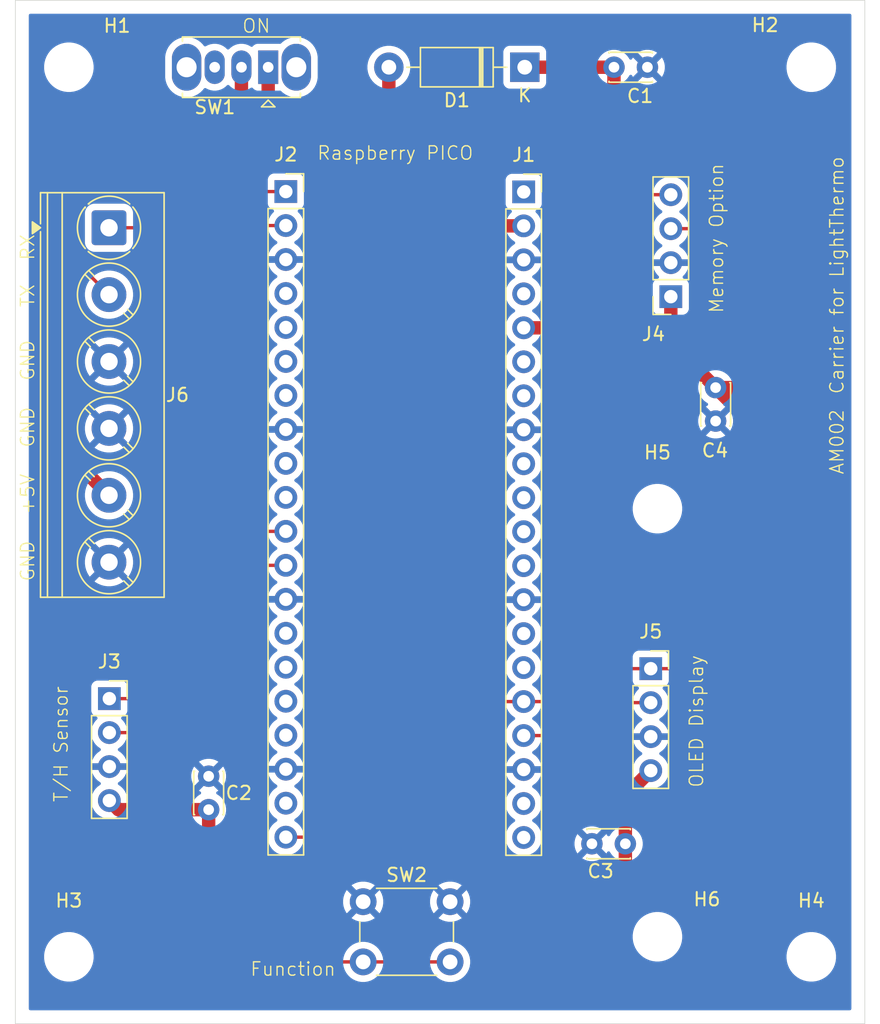
<source format=kicad_pcb>
(kicad_pcb (version 20241229) (generator "pcbnew") (generator_version "9.0")
  (title_block (title "lightThermo") (date "2025-03-10") (rev "1.0") (company "AM"))
  (layers (0 "F.Cu" signal) (2 "B.Cu" signal) (13 "F.Paste" user) (15 "B.Paste" user) (5 "F.SilkS" user "F.Silkscreen") (7 "B.SilkS" user "B.Silkscreen") (1 "F.Mask" user) (3 "B.Mask" user) (25 "Edge.Cuts" user))
  (net 0 "")
  (net 1 "Net-(D1-A)")
  (net 2 "Net-(D1-K)")
  (net 4 "Net-(J2-UART0_TX)")
  (net 7 "Net-(J2-GP15)")
  (net 13 "GND")
  (net 15 "Net-(J2-UART0_RX)")
  (net 17 "Net-(J2-I2C0_SDA)")
  (net 18 "Net-(J2-I2C0_SCL)")
  (net 20 "Net-(J1-3V3(OUT))")
  (net 21 "Net-(J1-I2C1_SCL)")
  (net 22 "Net-(J1-I2C1_SDA)")
  (net 23 "Net-(J6-Pin_5)")
  (footprint "Capacitor_THT:C_Disc_D3.0mm_W2.0mm_P2.50mm" (layer "F.Cu") (at 120.6 118.05 180)
    (property "Reference" "C3" (at 1.85 -2.05 0) (layer "F.SilkS"))
    (property "Value" "100nF")
    (fp_line (start 2.87 1.055) (end 2.87 1.12) (stroke (width 0.12)) (layer "F.SilkS"))
    (fp_line (start 2.87 -1.12) (end 2.87 -1.055) (stroke (width 0.12)) (layer "F.SilkS"))
    (fp_line (start -0.37 1.12) (end 2.87 1.12) (stroke (width 0.12)) (layer "F.SilkS"))
    (fp_line (start -0.37 1.055) (end -0.37 1.12) (stroke (width 0.12)) (layer "F.SilkS"))
    (fp_line (start -0.37 -1.12) (end 2.87 -1.12) (stroke (width 0.12)) (layer "F.SilkS"))
    (fp_line (start -0.37 -1.12) (end -0.37 -1.055) (stroke (width 0.12)) (layer "F.SilkS"))
    (pad "1" thru_hole circle (at 0 0 180) (size 1.6 1.6) (drill 0.8) (layers "*.Cu" "*.Mask") (net 20 "Net-(J1-3V3(OUT))"))
    (pad "2" thru_hole circle (at 2.5 0 180) (size 1.6 1.6) (drill 0.8) (layers "*.Cu" "*.Mask") (net 13 "GND"))
  )
  (footprint "MountingHole:MountingHole_3.2mm_M3" (layer "F.Cu") (at 79 126.5)
    (property "Reference" "H3" (at 0 -4.2 0) (layer "F.SilkS"))
    (property "Value" "MountingHole")
    (pad "" np_thru_hole circle (at 0 0) (size 3.2 3.2) (drill 3.2) (layers "*.Cu" "*.Mask"))
  )
  (footprint "Diode_THT:D_DO-41_SOD81_P10.16mm_Horizontal" (layer "F.Cu") (at 113.08 60 180)
    (property "Reference" "D1" (at 5.08 -2.47 0) (layer "F.SilkS"))
    (property "Value" "1N5817")
    (fp_line (start 8.82 0) (end 7.8 0) (stroke (width 0.12)) (layer "F.SilkS"))
    (fp_line (start 7.8 1.47) (end 7.8 -1.47) (stroke (width 0.12)) (layer "F.SilkS"))
    (fp_line (start 7.8 -1.47) (end 2.36 -1.47) (stroke (width 0.12)) (layer "F.SilkS"))
    (fp_line (start 3.38 -1.47) (end 3.38 1.47) (stroke (width 0.12)) (layer "F.SilkS"))
    (fp_line (start 3.26 -1.47) (end 3.26 1.47) (stroke (width 0.12)) (layer "F.SilkS"))
    (fp_line (start 3.14 -1.47) (end 3.14 1.47) (stroke (width 0.12)) (layer "F.SilkS"))
    (fp_line (start 2.36 1.47) (end 7.8 1.47) (stroke (width 0.12)) (layer "F.SilkS"))
    (fp_line (start 2.36 -1.47) (end 2.36 1.47) (stroke (width 0.12)) (layer "F.SilkS"))
    (fp_line (start 1.34 0) (end 2.36 0) (stroke (width 0.12)) (layer "F.SilkS"))
    (fp_text user "K" (at 0 -2.1 0) (layer "F.SilkS"))
    (pad "1" thru_hole rect (at 0 0 180) (size 2.2 2.2) (drill 1.1) (layers "*.Cu" "*.Mask") (net 2 "Net-(D1-K)"))
    (pad "2" thru_hole oval (at 10.16 0 180) (size 2.2 2.2) (drill 1.1) (layers "*.Cu" "*.Mask") (net 1 "Net-(D1-A)"))
  )
  (footprint "Capacitor_THT:C_Disc_D3.0mm_W2.0mm_P2.50mm" (layer "F.Cu") (at 127.35 83.95 -90)
    (property "Reference" "C4" (at 4.7 0.05 180) (layer "F.SilkS"))
    (property "Value" "100nF")
    (fp_line (start -0.37 1.12) (end 2.87 1.12) (stroke (width 0.12)) (layer "F.SilkS"))
    (fp_line (start -0.37 1.055) (end -0.37 1.12) (stroke (width 0.12)) (layer "F.SilkS"))
    (fp_line (start 2.87 1.055) (end 2.87 1.12) (stroke (width 0.12)) (layer "F.SilkS"))
    (fp_line (start -0.37 -1.12) (end -0.37 -1.055) (stroke (width 0.12)) (layer "F.SilkS"))
    (fp_line (start -0.37 -1.12) (end 2.87 -1.12) (stroke (width 0.12)) (layer "F.SilkS"))
    (fp_line (start 2.87 -1.12) (end 2.87 -1.055) (stroke (width 0.12)) (layer "F.SilkS"))
    (pad "1" thru_hole circle (at 0 0 270) (size 1.6 1.6) (drill 0.8) (layers "*.Cu" "*.Mask") (net 20 "Net-(J1-3V3(OUT))"))
    (pad "2" thru_hole circle (at 2.5 0 270) (size 1.6 1.6) (drill 0.8) (layers "*.Cu" "*.Mask") (net 13 "GND"))
  )
  (footprint "Connector_PinSocket_2.54mm:PinSocket_1x04_P2.54mm_Vertical" (layer "F.Cu") (at 82.025 107.2)
    (property "Reference" "J3" (at 0 -2.77 0) (layer "F.SilkS"))
    (property "Value" "Sensor T/H")
    (fp_line (start -1.33 1.27) (end -1.33 8.95) (stroke (width 0.12)) (layer "F.SilkS"))
    (fp_line (start -1.33 1.27) (end 1.33 1.27) (stroke (width 0.12)) (layer "F.SilkS"))
    (fp_line (start -1.33 8.95) (end 1.33 8.95) (stroke (width 0.12)) (layer "F.SilkS"))
    (fp_line (start 0 -1.33) (end 1.33 -1.33) (stroke (width 0.12)) (layer "F.SilkS"))
    (fp_line (start 1.33 -1.33) (end 1.33 0) (stroke (width 0.12)) (layer "F.SilkS"))
    (fp_line (start 1.33 1.27) (end 1.33 8.95) (stroke (width 0.12)) (layer "F.SilkS"))
    (pad "1" thru_hole rect (at 0 0) (size 1.7 1.7) (drill 1) (layers "*.Cu" "*.Mask") (net 17 "Net-(J2-I2C0_SDA)"))
    (pad "2" thru_hole oval (at 0 2.54) (size 1.7 1.7) (drill 1) (layers "*.Cu" "*.Mask") (net 18 "Net-(J2-I2C0_SCL)"))
    (pad "3" thru_hole oval (at 0 5.08) (size 1.7 1.7) (drill 1) (layers "*.Cu" "*.Mask") (net 13 "GND"))
    (pad "4" thru_hole oval (at 0 7.62) (size 1.7 1.7) (drill 1) (layers "*.Cu" "*.Mask") (net 20 "Net-(J1-3V3(OUT))"))
  )
  (footprint "Capacitor_THT:C_Disc_D3.0mm_W2.0mm_P2.50mm" (layer "F.Cu") (at 122.25 60 180)
    (property "Reference" "C1" (at 0.55 -2.15 0) (layer "F.SilkS"))
    (property "Value" "100nF")
    (fp_line (start 2.87 1.055) (end 2.87 1.12) (stroke (width 0.12)) (layer "F.SilkS"))
    (fp_line (start 2.87 -1.12) (end 2.87 -1.055) (stroke (width 0.12)) (layer "F.SilkS"))
    (fp_line (start -0.37 1.12) (end 2.87 1.12) (stroke (width 0.12)) (layer "F.SilkS"))
    (fp_line (start -0.37 1.055) (end -0.37 1.12) (stroke (width 0.12)) (layer "F.SilkS"))
    (fp_line (start -0.37 -1.12) (end 2.87 -1.12) (stroke (width 0.12)) (layer "F.SilkS"))
    (fp_line (start -0.37 -1.12) (end -0.37 -1.055) (stroke (width 0.12)) (layer "F.SilkS"))
    (pad "1" thru_hole circle (at 0 0 180) (size 1.6 1.6) (drill 0.8) (layers "*.Cu" "*.Mask") (net 13 "GND"))
    (pad "2" thru_hole circle (at 2.5 0 180) (size 1.6 1.6) (drill 0.8) (layers "*.Cu" "*.Mask") (net 2 "Net-(D1-K)"))
  )
  (footprint "Connector_PinSocket_2.54mm:PinSocket_1x20_P2.54mm_Vertical" (layer "F.Cu") (at 95.22 69.295)
    (property "Reference" "J2" (at 0 -2.77 0) (layer "F.SilkS"))
    (property "Value" "pico L")
    (fp_line (start -1.33 1.27) (end -1.33 49.59) (stroke (width 0.12)) (layer "F.SilkS"))
    (fp_line (start -1.33 1.27) (end 1.33 1.27) (stroke (width 0.12)) (layer "F.SilkS"))
    (fp_line (start -1.33 49.59) (end 1.33 49.59) (stroke (width 0.12)) (layer "F.SilkS"))
    (fp_line (start 0 -1.33) (end 1.33 -1.33) (stroke (width 0.12)) (layer "F.SilkS"))
    (fp_line (start 1.33 -1.33) (end 1.33 0) (stroke (width 0.12)) (layer "F.SilkS"))
    (fp_line (start 1.33 1.27) (end 1.33 49.59) (stroke (width 0.12)) (layer "F.SilkS"))
    (pad "1" thru_hole rect (at 0 0) (size 1.7 1.7) (drill 1) (layers "*.Cu" "*.Mask") (net 4 "Net-(J2-UART0_TX)"))
    (pad "2" thru_hole oval (at 0 2.54) (size 1.7 1.7) (drill 1) (layers "*.Cu" "*.Mask") (net 15 "Net-(J2-UART0_RX)"))
    (pad "3" thru_hole oval (at 0 5.08) (size 1.7 1.7) (drill 1) (layers "*.Cu" "*.Mask") (net 13 "GND"))
    (pad "4" thru_hole oval (at 0 7.62) (size 1.7 1.7) (drill 1) (layers "*.Cu" "*.Mask"))
    (pad "5" thru_hole oval (at 0 10.16) (size 1.7 1.7) (drill 1) (layers "*.Cu" "*.Mask"))
    (pad "6" thru_hole oval (at 0 12.7) (size 1.7 1.7) (drill 1) (layers "*.Cu" "*.Mask"))
    (pad "7" thru_hole oval (at 0 15.24) (size 1.7 1.7) (drill 1) (layers "*.Cu" "*.Mask"))
    (pad "8" thru_hole oval (at 0 17.78) (size 1.7 1.7) (drill 1) (layers "*.Cu" "*.Mask") (net 13 "GND"))
    (pad "9" thru_hole oval (at 0 20.32) (size 1.7 1.7) (drill 1) (layers "*.Cu" "*.Mask"))
    (pad "10" thru_hole oval (at 0 22.86) (size 1.7 1.7) (drill 1) (layers "*.Cu" "*.Mask"))
    (pad "11" thru_hole oval (at 0 25.4) (size 1.7 1.7) (drill 1) (layers "*.Cu" "*.Mask") (net 17 "Net-(J2-I2C0_SDA)"))
    (pad "12" thru_hole oval (at 0 27.94) (size 1.7 1.7) (drill 1) (layers "*.Cu" "*.Mask") (net 18 "Net-(J2-I2C0_SCL)"))
    (pad "13" thru_hole oval (at 0 30.48) (size 1.7 1.7) (drill 1) (layers "*.Cu" "*.Mask") (net 13 "GND"))
    (pad "14" thru_hole oval (at 0 33.02) (size 1.7 1.7) (drill 1) (layers "*.Cu" "*.Mask"))
    (pad "15" thru_hole oval (at 0 35.56) (size 1.7 1.7) (drill 1) (layers "*.Cu" "*.Mask"))
    (pad "16" thru_hole oval (at 0 38.1) (size 1.7 1.7) (drill 1) (layers "*.Cu" "*.Mask"))
    (pad "17" thru_hole oval (at 0 40.64) (size 1.7 1.7) (drill 1) (layers "*.Cu" "*.Mask"))
    (pad "18" thru_hole oval (at 0 43.18) (size 1.7 1.7) (drill 1) (layers "*.Cu" "*.Mask") (net 13 "GND"))
    (pad "19" thru_hole oval (at 0 45.72) (size 1.7 1.7) (drill 1) (layers "*.Cu" "*.Mask"))
    (pad "20" thru_hole oval (at 0 48.26) (size 1.7 1.7) (drill 1) (layers "*.Cu" "*.Mask") (net 7 "Net-(J2-GP15)"))
  )
  (footprint "Connector_PinSocket_2.54mm:PinSocket_1x04_P2.54mm_Vertical" (layer "F.Cu") (at 124 77.15 180)
    (property "Reference" "J4" (at 1.3 -2.8 0) (layer "F.SilkS"))
    (property "Value" "Memory Option")
    (fp_line (start 1.33 1.27) (end 1.33 8.95) (stroke (width 0.12)) (layer "F.SilkS"))
    (fp_line (start 1.33 -1.33) (end 1.33 0) (stroke (width 0.12)) (layer "F.SilkS"))
    (fp_line (start 0 -1.33) (end 1.33 -1.33) (stroke (width 0.12)) (layer "F.SilkS"))
    (fp_line (start -1.33 8.95) (end 1.33 8.95) (stroke (width 0.12)) (layer "F.SilkS"))
    (fp_line (start -1.33 1.27) (end 1.33 1.27) (stroke (width 0.12)) (layer "F.SilkS"))
    (fp_line (start -1.33 1.27) (end -1.33 8.95) (stroke (width 0.12)) (layer "F.SilkS"))
    (pad "1" thru_hole rect (at 0 0 180) (size 1.7 1.7) (drill 1) (layers "*.Cu" "*.Mask") (net 20 "Net-(J1-3V3(OUT))"))
    (pad "2" thru_hole oval (at 0 2.54 180) (size 1.7 1.7) (drill 1) (layers "*.Cu" "*.Mask") (net 13 "GND"))
    (pad "3" thru_hole oval (at 0 5.08 180) (size 1.7 1.7) (drill 1) (layers "*.Cu" "*.Mask") (net 21 "Net-(J1-I2C1_SCL)"))
    (pad "4" thru_hole oval (at 0 7.62 180) (size 1.7 1.7) (drill 1) (layers "*.Cu" "*.Mask") (net 22 "Net-(J1-I2C1_SDA)"))
  )
  (footprint "MountingHole:MountingHole_3.2mm_M3" (layer "F.Cu") (at 134.5 126.5)
    (property "Reference" "H4" (at 0 -4.2 0) (layer "F.SilkS"))
    (property "Value" "MountingHole")
    (pad "" np_thru_hole circle (at 0 0) (size 3.2 3.2) (drill 3.2) (layers "*.Cu" "*.Mask"))
  )
  (footprint "MountingHole:MountingHole_3.2mm_M3" (layer "F.Cu") (at 79 60)
    (property "Reference" "H1" (at 3.6 -3.1 0) (layer "F.SilkS"))
    (property "Value" "MountingHole")
    (pad "" np_thru_hole circle (at 0 0) (size 3.2 3.2) (drill 3.2) (layers "*.Cu" "*.Mask"))
  )
  (footprint "Capacitor_THT:C_Disc_D3.0mm_W2.0mm_P2.50mm" (layer "F.Cu") (at 89.45 113 -90)
    (property "Reference" "C2" (at 1.25 -2.25 180) (layer "F.SilkS"))
    (property "Value" "100nF")
    (fp_line (start -0.37 1.12) (end 2.87 1.12) (stroke (width 0.12)) (layer "F.SilkS"))
    (fp_line (start -0.37 1.055) (end -0.37 1.12) (stroke (width 0.12)) (layer "F.SilkS"))
    (fp_line (start 2.87 1.055) (end 2.87 1.12) (stroke (width 0.12)) (layer "F.SilkS"))
    (fp_line (start -0.37 -1.12) (end -0.37 -1.055) (stroke (width 0.12)) (layer "F.SilkS"))
    (fp_line (start -0.37 -1.12) (end 2.87 -1.12) (stroke (width 0.12)) (layer "F.SilkS"))
    (fp_line (start 2.87 -1.12) (end 2.87 -1.055) (stroke (width 0.12)) (layer "F.SilkS"))
    (pad "1" thru_hole circle (at 0 0 270) (size 1.6 1.6) (drill 0.8) (layers "*.Cu" "*.Mask") (net 13 "GND"))
    (pad "2" thru_hole circle (at 2.5 0 270) (size 1.6 1.6) (drill 0.8) (layers "*.Cu" "*.Mask") (net 20 "Net-(J1-3V3(OUT))"))
  )
  (footprint "Connector_PinSocket_2.54mm:PinSocket_1x20_P2.54mm_Vertical" (layer "F.Cu") (at 113 69.32)
    (property "Reference" "J1" (at 0 -2.77 0) (layer "F.SilkS"))
    (property "Value" "pico R")
    (fp_line (start -1.33 1.27) (end -1.33 49.59) (stroke (width 0.12)) (layer "F.SilkS"))
    (fp_line (start -1.33 1.27) (end 1.33 1.27) (stroke (width 0.12)) (layer "F.SilkS"))
    (fp_line (start -1.33 49.59) (end 1.33 49.59) (stroke (width 0.12)) (layer "F.SilkS"))
    (fp_line (start 0 -1.33) (end 1.33 -1.33) (stroke (width 0.12)) (layer "F.SilkS"))
    (fp_line (start 1.33 -1.33) (end 1.33 0) (stroke (width 0.12)) (layer "F.SilkS"))
    (fp_line (start 1.33 1.27) (end 1.33 49.59) (stroke (width 0.12)) (layer "F.SilkS"))
    (pad "1" thru_hole rect (at 0 0) (size 1.7 1.7) (drill 1) (layers "*.Cu" "*.Mask"))
    (pad "2" thru_hole oval (at 0 2.54) (size 1.7 1.7) (drill 1) (layers "*.Cu" "*.Mask") (net 2 "Net-(D1-K)"))
    (pad "3" thru_hole oval (at 0 5.08) (size 1.7 1.7) (drill 1) (layers "*.Cu" "*.Mask") (net 13 "GND"))
    (pad "4" thru_hole oval (at 0 7.62) (size 1.7 1.7) (drill 1) (layers "*.Cu" "*.Mask"))
    (pad "5" thru_hole oval (at 0 10.16) (size 1.7 1.7) (drill 1) (layers "*.Cu" "*.Mask") (net 20 "Net-(J1-3V3(OUT))"))
    (pad "6" thru_hole oval (at 0 12.7) (size 1.7 1.7) (drill 1) (layers "*.Cu" "*.Mask"))
    (pad "7" thru_hole oval (at 0 15.24) (size 1.7 1.7) (drill 1) (layers "*.Cu" "*.Mask"))
    (pad "8" thru_hole oval (at 0 17.78) (size 1.7 1.7) (drill 1) (layers "*.Cu" "*.Mask") (net 13 "GND"))
    (pad "9" thru_hole oval (at 0 20.32) (size 1.7 1.7) (drill 1) (layers "*.Cu" "*.Mask"))
    (pad "10" thru_hole oval (at 0 22.86) (size 1.7 1.7) (drill 1) (layers "*.Cu" "*.Mask"))
    (pad "11" thru_hole oval (at 0 25.4) (size 1.7 1.7) (drill 1) (layers "*.Cu" "*.Mask"))
    (pad "12" thru_hole oval (at 0 27.94) (size 1.7 1.7) (drill 1) (layers "*.Cu" "*.Mask"))
    (pad "13" thru_hole oval (at 0 30.48) (size 1.7 1.7) (drill 1) (layers "*.Cu" "*.Mask") (net 13 "GND"))
    (pad "14" thru_hole oval (at 0 33.02) (size 1.7 1.7) (drill 1) (layers "*.Cu" "*.Mask"))
    (pad "15" thru_hole oval (at 0 35.56) (size 1.7 1.7) (drill 1) (layers "*.Cu" "*.Mask"))
    (pad "16" thru_hole oval (at 0 38.1) (size 1.7 1.7) (drill 1) (layers "*.Cu" "*.Mask") (net 21 "Net-(J1-I2C1_SCL)"))
    (pad "17" thru_hole oval (at 0 40.64) (size 1.7 1.7) (drill 1) (layers "*.Cu" "*.Mask") (net 22 "Net-(J1-I2C1_SDA)"))
    (pad "18" thru_hole oval (at 0 43.18) (size 1.7 1.7) (drill 1) (layers "*.Cu" "*.Mask") (net 13 "GND"))
    (pad "19" thru_hole oval (at 0 45.72) (size 1.7 1.7) (drill 1) (layers "*.Cu" "*.Mask"))
    (pad "20" thru_hole oval (at 0 48.26) (size 1.7 1.7) (drill 1) (layers "*.Cu" "*.Mask"))
  )
  (footprint "MountingHole:MountingHole_3.2mm_M3" (layer "F.Cu") (at 134.5 60)
    (property "Reference" "H2" (at -3.45 -3.15 0) (layer "F.SilkS"))
    (property "Value" "MountingHole")
    (pad "" np_thru_hole circle (at 0 0) (size 3.2 3.2) (drill 3.2) (layers "*.Cu" "*.Mask"))
  )
  (footprint "Button_Switch_THT:SW_Slide_SPDT_Straight_CK_OS102011MS2Q" (layer "F.Cu") (at 93.9 60 180)
    (property "Reference" "SW1" (at 3.99 -2.99 0) (layer "F.SilkS"))
    (property "Value" "SW_SPST")
    (fp_line (start 6.41 2.26) (end 6.41 1.95) (stroke (width 0.12)) (layer "F.SilkS"))
    (fp_line (start 6.41 2.26) (end -2.41 2.26) (stroke (width 0.12)) (layer "F.SilkS"))
    (fp_line (start 6.41 -2.26) (end 6.41 -1.95) (stroke (width 0.12)) (layer "F.SilkS"))
    (fp_line (start 0.5 -2.96) (end -0.5 -2.96) (stroke (width 0.12)) (layer "F.SilkS"))
    (fp_line (start 0 -2.46) (end 0.5 -2.96) (stroke (width 0.12)) (layer "F.SilkS"))
    (fp_line (start -0.5 -2.96) (end 0 -2.46) (stroke (width 0.12)) (layer "F.SilkS"))
    (fp_line (start -2.41 2.26) (end -2.41 1.95) (stroke (width 0.12)) (layer "F.SilkS"))
    (fp_line (start -2.41 -1.95) (end -2.41 -2.26) (stroke (width 0.12)) (layer "F.SilkS"))
    (fp_line (start -2.41 -2.26) (end 6.41 -2.26) (stroke (width 0.12)) (layer "F.SilkS"))
    (pad "" thru_hole oval (at -2.1 0 180) (size 2.2 3.5) (drill 1.5) (layers "*.Cu" "*.Mask"))
    (pad "" thru_hole oval (at 6.1 0 180) (size 2.2 3.5) (drill 1.5) (layers "*.Cu" "*.Mask"))
    (pad "1" thru_hole rect (at 0 0 180) (size 1.5 2.5) (drill 0.8) (layers "*.Cu" "*.Mask") (net 1 "Net-(D1-A)"))
    (pad "2" thru_hole oval (at 2 0 180) (size 1.5 2.5) (drill 0.8) (layers "*.Cu" "*.Mask") (net 23 "Net-(J6-Pin_5)"))
    (pad "3" thru_hole oval (at 4 0 180) (size 1.5 2.5) (drill 0.8) (layers "*.Cu" "*.Mask"))
  )
  (footprint "MountingHole:MountingHole_3.2mm_M3" (layer "F.Cu") (at 123 125)
    (property "Reference" "H6" (at 3.7 -2.8 0) (layer "F.SilkS"))
    (property "Value" "MountingHole")
    (pad "" np_thru_hole circle (at 0 0) (size 3.2 3.2) (drill 3.2) (layers "*.Cu" "*.Mask"))
  )
  (footprint "MountingHole:MountingHole_3.2mm_M3" (layer "F.Cu") (at 123 93)
    (property "Reference" "H5" (at 0 -4.2 0) (layer "F.SilkS"))
    (property "Value" "MountingHole")
    (pad "" np_thru_hole circle (at 0 0) (size 3.2 3.2) (drill 3.2) (layers "*.Cu" "*.Mask"))
  )
  (footprint "Button_Switch_THT:SW_PUSH_6mm_H8mm" (layer "F.Cu") (at 101 122.38)
    (property "Reference" "SW2" (at 3.25 -2 0) (layer "F.SilkS"))
    (property "Value" "SW_Push")
    (fp_line (start -0.25 1.5) (end -0.25 3) (stroke (width 0.12)) (layer "F.SilkS"))
    (fp_line (start 1 5.5) (end 5.5 5.5) (stroke (width 0.12)) (layer "F.SilkS"))
    (fp_line (start 5.5 -1) (end 1 -1) (stroke (width 0.12)) (layer "F.SilkS"))
    (fp_line (start 6.75 3) (end 6.75 1.5) (stroke (width 0.12)) (layer "F.SilkS"))
    (pad "1" thru_hole circle (at 0 0 90) (size 2 2) (drill 1.1) (layers "*.Cu" "*.Mask") (net 13 "GND"))
    (pad "1" thru_hole circle (at 6.5 0 90) (size 2 2) (drill 1.1) (layers "*.Cu" "*.Mask") (net 13 "GND"))
    (pad "2" thru_hole circle (at 0 4.5 90) (size 2 2) (drill 1.1) (layers "*.Cu" "*.Mask") (net 7 "Net-(J2-GP15)"))
    (pad "2" thru_hole circle (at 6.5 4.5 90) (size 2 2) (drill 1.1) (layers "*.Cu" "*.Mask") (net 7 "Net-(J2-GP15)"))
  )
  (footprint "TerminalBlock_Phoenix:TerminalBlock_Phoenix_PT-1,5-6-5.0-H_1x06_P5.00mm_Horizontal" (layer "F.Cu") (at 82 72 -90)
    (property "Reference" "J6" (at 12.5 -5.12 180) (layer "F.SilkS"))
    (property "Value" "Screw_Terminal_01x06")
    (fp_line (start -2.62 5.12) (end -0.3 5.12) (stroke (width 0.12)) (layer "F.SilkS"))
    (fp_line (start 0.3 5.12) (end 27.62 5.12) (stroke (width 0.12)) (layer "F.SilkS"))
    (fp_line (start -2.62 4.6) (end 27.62 4.6) (stroke (width 0.12)) (layer "F.SilkS"))
    (fp_line (start -2.62 3.5) (end 27.62 3.5) (stroke (width 0.12)) (layer "F.SilkS"))
    (fp_line (start -1.493 1.78) (end -1.502 1.79) (stroke (width 0.12)) (layer "F.SilkS"))
    (fp_line (start -1.78 1.491) (end -1.79 1.502) (stroke (width 0.12)) (layer "F.SilkS"))
    (fp_line (start 3.893 1.394) (end 3.498 1.79) (stroke (width 0.12)) (layer "F.SilkS"))
    (fp_line (start 8.893 1.394) (end 8.498 1.79) (stroke (width 0.12)) (layer "F.SilkS"))
    (fp_line (start 13.893 1.394) (end 13.498 1.79) (stroke (width 0.12)) (layer "F.SilkS"))
    (fp_line (start 18.893 1.394) (end 18.498 1.79) (stroke (width 0.12)) (layer "F.SilkS"))
    (fp_line (start 23.893 1.394) (end 23.498 1.79) (stroke (width 0.12)) (layer "F.SilkS"))
    (fp_line (start 3.605 1.106) (end 3.21 1.502) (stroke (width 0.12)) (layer "F.SilkS"))
    (fp_line (start 8.605 1.106) (end 8.21 1.502) (stroke (width 0.12)) (layer "F.SilkS"))
    (fp_line (start 13.605 1.106) (end 13.21 1.502) (stroke (width 0.12)) (layer "F.SilkS"))
    (fp_line (start 18.605 1.106) (end 18.21 1.502) (stroke (width 0.12)) (layer "F.SilkS"))
    (fp_line (start 23.605 1.106) (end 23.21 1.502) (stroke (width 0.12)) (layer "F.SilkS"))
    (fp_line (start 6.79 -1.502) (end 6.394 -1.106) (stroke (width 0.12)) (layer "F.SilkS"))
    (fp_line (start 11.79 -1.502) (end 11.394 -1.106) (stroke (width 0.12)) (layer "F.SilkS"))
    (fp_line (start 16.79 -1.502) (end 16.394 -1.106) (stroke (width 0.12)) (layer "F.SilkS"))
    (fp_line (start 21.79 -1.502) (end 21.394 -1.106) (stroke (width 0.12)) (layer "F.SilkS"))
    (fp_line (start 26.79 -1.502) (end 26.394 -1.106) (stroke (width 0.12)) (layer "F.SilkS"))
    (fp_line (start 6.502 -1.79) (end 6.106 -1.394) (stroke (width 0.12)) (layer "F.SilkS"))
    (fp_line (start 11.502 -1.79) (end 11.106 -1.394) (stroke (width 0.12)) (layer "F.SilkS"))
    (fp_line (start 16.502 -1.79) (end 16.106 -1.394) (stroke (width 0.12)) (layer "F.SilkS"))
    (fp_line (start 21.502 -1.79) (end 21.106 -1.394) (stroke (width 0.12)) (layer "F.SilkS"))
    (fp_line (start 26.502 -1.79) (end 26.106 -1.394) (stroke (width 0.12)) (layer "F.SilkS"))
    (fp_line (start -2.62 -4.12) (end -2.62 5.12) (stroke (width 0.12)) (layer "F.SilkS"))
    (fp_line (start -2.62 -4.12) (end 27.62 -4.12) (stroke (width 0.12)) (layer "F.SilkS"))
    (fp_line (start 27.62 -4.12) (end 27.62 5.12) (stroke (width 0.12)) (layer "F.SilkS"))
    (fp_arc (start 1.55 1.78) (mid 0.000316 2.360275) (end -1.549523 1.780415) (stroke (width 0.12)) (layer "F.SilkS"))
    (fp_arc (start -1.78 1.55) (mid -2.360275 0.000316) (end -1.780415 -1.549523) (stroke (width 0.12)) (layer "F.SilkS"))
    (fp_arc (start 1.78 -1.55) (mid 2.360275 -0.000316) (end 1.780415 1.549523) (stroke (width 0.12)) (layer "F.SilkS"))
    (fp_arc (start -1.55 -1.78) (mid -0.000316 -2.360275) (end 1.549523 -1.780415) (stroke (width 0.12)) (layer "F.SilkS"))
    (fp_circle (center 5 0) (end 7.36 0) (stroke (width 0.12)) (fill no) (layer "F.SilkS"))
    (fp_circle (center 10 0) (end 12.36 0) (stroke (width 0.12)) (fill no) (layer "F.SilkS"))
    (fp_circle (center 15 0) (end 17.36 0) (stroke (width 0.12)) (fill no) (layer "F.SilkS"))
    (fp_circle (center 20 0) (end 22.36 0) (stroke (width 0.12)) (fill no) (layer "F.SilkS"))
    (fp_circle (center 25 0) (end 27.36 0) (stroke (width 0.12)) (fill no) (layer "F.SilkS"))
    (fp_poly (pts (xy 0 5.12) (xy 0.44 5.73) (xy -0.44 5.73) (xy 0 5.12)) (stroke (width 0.12)) (fill yes) (layer "F.SilkS"))
    (pad "1" thru_hole roundrect (at 0 0 270) (size 2.6 2.6) (drill 1.3) (layers "*.Cu" "*.Mask") (roundrect_rratio 0.096154) (net 15 "Net-(J2-UART0_RX)"))
    (pad "2" thru_hole circle (at 5 0 270) (size 2.6 2.6) (drill 1.3) (layers "*.Cu" "*.Mask") (net 4 "Net-(J2-UART0_TX)"))
    (pad "3" thru_hole circle (at 10 0 270) (size 2.6 2.6) (drill 1.3) (layers "*.Cu" "*.Mask") (net 13 "GND"))
    (pad "4" thru_hole circle (at 15 0 270) (size 2.6 2.6) (drill 1.3) (layers "*.Cu" "*.Mask") (net 13 "GND"))
    (pad "5" thru_hole circle (at 20 0 270) (size 2.6 2.6) (drill 1.3) (layers "*.Cu" "*.Mask") (net 23 "Net-(J6-Pin_5)"))
    (pad "6" thru_hole circle (at 25 0 270) (size 2.6 2.6) (drill 1.3) (layers "*.Cu" "*.Mask") (net 13 "GND"))
  )
  (footprint "Connector_PinSocket_2.54mm:PinSocket_1x04_P2.54mm_Vertical" (layer "F.Cu") (at 122.5 104.96)
    (property "Reference" "J5" (at 0 -2.77 0) (layer "F.SilkS"))
    (property "Value" "Display OLED")
    (fp_line (start -1.33 1.27) (end -1.33 8.95) (stroke (width 0.12)) (layer "F.SilkS"))
    (fp_line (start -1.33 1.27) (end 1.33 1.27) (stroke (width 0.12)) (layer "F.SilkS"))
    (fp_line (start -1.33 8.95) (end 1.33 8.95) (stroke (width 0.12)) (layer "F.SilkS"))
    (fp_line (start 0 -1.33) (end 1.33 -1.33) (stroke (width 0.12)) (layer "F.SilkS"))
    (fp_line (start 1.33 -1.33) (end 1.33 0) (stroke (width 0.12)) (layer "F.SilkS"))
    (fp_line (start 1.33 1.27) (end 1.33 8.95) (stroke (width 0.12)) (layer "F.SilkS"))
    (pad "1" thru_hole rect (at 0 0) (size 1.7 1.7) (drill 1) (layers "*.Cu" "*.Mask") (net 22 "Net-(J1-I2C1_SDA)"))
    (pad "2" thru_hole oval (at 0 2.54) (size 1.7 1.7) (drill 1) (layers "*.Cu" "*.Mask") (net 21 "Net-(J1-I2C1_SCL)"))
    (pad "3" thru_hole oval (at 0 5.08) (size 1.7 1.7) (drill 1) (layers "*.Cu" "*.Mask") (net 13 "GND"))
    (pad "4" thru_hole oval (at 0 7.62) (size 1.7 1.7) (drill 1) (layers "*.Cu" "*.Mask") (net 20 "Net-(J1-3V3(OUT))"))
  )
  (gr_rect (start 75 55) (end 138.5 131.5) (stroke (width 0.05)) (fill no) (layer "Edge.Cuts"))
  (gr_text "GND" (at 76.5 98.5 90) (layer "F.SilkS") (effects (font (size 1 1) (thickness 0.1)) (justify left bottom)))
  (gr_text "Function" (at 92.5 128 0) (layer "F.SilkS") (effects (font (size 1 1) (thickness 0.1)) (justify left bottom)))
  (gr_text "AM002" (at 137 90.5 90) (layer "F.SilkS") (effects (font (size 1 1) (thickness 0.1)) (justify left bottom)))
  (gr_text "ON" (at 91.9 57.5 0) (layer "F.SilkS") (effects (font (size 1 1) (thickness 0.1)) (justify left bottom)))
  (gr_text "TX" (at 76.5 78 90) (layer "F.SilkS") (effects (font (size 1 1) (thickness 0.1)) (justify left bottom)))
  (gr_text "RX" (at 76.5 74.5 90) (layer "F.SilkS") (effects (font (size 1 1) (thickness 0.1)) (justify left bottom)))
  (gr_text "+5V" (at 76.5 93.5 90) (layer "F.SilkS") (effects (font (size 1 1) (thickness 0.1)) (justify left bottom)))
  (gr_text "Carrier for LightThermo" (at 137 84.5 90) (layer "F.SilkS") (effects (font (size 1 1) (thickness 0.1)) (justify left bottom)))
  (gr_text "Memory Option" (at 128 78.45 90) (layer "F.SilkS") (effects (font (size 1 1) (thickness 0.1)) (justify left bottom)))
  (gr_text "T/H Sensor" (at 79 115 90) (layer "F.SilkS") (effects (font (size 1 1) (thickness 0.1)) (justify left bottom)))
  (gr_text "GND" (at 76.5 88.5 90) (layer "F.SilkS") (effects (font (size 1 1) (thickness 0.1)) (justify left bottom)))
  (gr_text "GND" (at 76.5 83.5 90) (layer "F.SilkS") (effects (font (size 1 1) (thickness 0.1)) (justify left bottom)))
  (gr_text "Raspberry PICO" (at 97.5 67 0) (layer "F.SilkS") (effects (font (size 1 1) (thickness 0.1)) (justify left bottom)))
  (gr_text "OLED Display" (at 126.5 113.91 90) (layer "F.SilkS") (effects (font (size 1 1) (thickness 0.1)) (justify left bottom)))
  (segment (start 95.5 64) (end 101.95 64) (width 1) (layer "F.Cu") (net 1))
  (segment (start 101.95 64) (end 102.92 63.03) (width 1) (layer "F.Cu") (net 1))
  (segment (start 93.9 60) (end 93.9 62.4) (width 1) (layer "F.Cu") (net 1))
  (segment (start 102.92 63.03) (end 102.92 60) (width 1) (layer "F.Cu") (net 1))
  (segment (start 93.9 62.4) (end 95.5 64) (width 1) (layer "F.Cu") (net 1))
  (segment (start 111 64.5) (end 110 65.5) (width 1) (layer "F.Cu") (net 2))
  (segment (start 110 71) (end 110.86 71.86) (width 1) (layer "F.Cu") (net 2))
  (segment (start 113.08 60) (end 119.75 60) (width 1) (layer "F.Cu") (net 2))
  (segment (start 119.75 60) (end 119.75 62) (width 1) (layer "F.Cu") (net 2))
  (segment (start 110.86 71.86) (end 113 71.86) (width 1) (layer "F.Cu") (net 2))
  (segment (start 118.85 62.9) (end 117.6 62.9) (width 1) (layer "F.Cu") (net 2))
  (segment (start 117.6 62.9) (end 116 64.5) (width 1) (layer "F.Cu") (net 2))
  (segment (start 110 65.5) (end 110 71) (width 1) (layer "F.Cu") (net 2))
  (segment (start 119.75 62) (end 118.85 62.9) (width 1) (layer "F.Cu") (net 2))
  (segment (start 116 64.5) (end 111 64.5) (width 1) (layer "F.Cu") (net 2))
  (segment (start 95.22 69.295) (end 80.705 69.295) (width 0.25) (layer "F.Cu") (net 4))
  (segment (start 79.5 74.5) (end 82 77) (width 0.25) (layer "F.Cu") (net 4))
  (segment (start 80.705 69.295) (end 79.5 70.5) (width 0.25) (layer "F.Cu") (net 4))
  (segment (start 79.5 70.5) (end 79.5 74.5) (width 0.25) (layer "F.Cu") (net 4))
  (segment (start 101 126.88) (end 107.5 126.88) (width 0.25) (layer "F.Cu") (net 7))
  (segment (start 101 126.88) (end 99.38 126.88) (width 0.25) (layer "F.Cu") (net 7))
  (segment (start 99.38 126.88) (end 98.5 126) (width 0.25) (layer "F.Cu") (net 7))
  (segment (start 97.5 117.5) (end 97.445 117.555) (width 0.25) (layer "F.Cu") (net 7))
  (segment (start 97.445 117.555) (end 95.22 117.555) (width 0.25) (layer "F.Cu") (net 7))
  (segment (start 98.5 126) (end 98.5 118.5) (width 0.25) (layer "F.Cu") (net 7))
  (segment (start 98.5 118.5) (end 97.5 117.5) (width 0.25) (layer "F.Cu") (net 7))
  (segment (start 95.22 71.835) (end 87.665 71.835) (width 0.25) (layer "F.Cu") (net 15))
  (segment (start 87.665 71.835) (end 87.5 72) (width 0.25) (layer "F.Cu") (net 15))
  (segment (start 87.5 72) (end 82 72) (width 0.25) (layer "F.Cu") (net 15))
  (segment (start 88.8 107.2) (end 82.025 107.2) (width 0.25) (layer "F.Cu") (net 17))
  (segment (start 90.5 96.5) (end 90.5 105.5) (width 0.25) (layer "F.Cu") (net 17))
  (segment (start 92.305 94.695) (end 90.5 96.5) (width 0.25) (layer "F.Cu") (net 17))
  (segment (start 90.5 105.5) (end 88.8 107.2) (width 0.25) (layer "F.Cu") (net 17))
  (segment (start 95.22 94.695) (end 92.305 94.695) (width 0.25) (layer "F.Cu") (net 17))
  (segment (start 95.22 97.235) (end 92.765 97.235) (width 0.25) (layer "F.Cu") (net 18))
  (segment (start 87.76 109.74) (end 82.025 109.74) (width 0.25) (layer "F.Cu") (net 18))
  (segment (start 91.5 106) (end 87.76 109.74) (width 0.25) (layer "F.Cu") (net 18))
  (segment (start 92.765 97.235) (end 91.5 98.5) (width 0.25) (layer "F.Cu") (net 18))
  (segment (start 91.5 98.5) (end 91.5 106) (width 0.25) (layer "F.Cu") (net 18))
  (segment (start 124 80.6) (end 127.35 83.95) (width 1) (layer "F.Cu") (net 20))
  (segment (start 126.25 120.75) (end 131 116) (width 1) (layer "F.Cu") (net 20))
  (segment (start 116.8 78.1) (end 115.42 79.48) (width 1) (layer "F.Cu") (net 20))
  (segment (start 131 116) (end 131 87.6) (width 1) (layer "F.Cu") (net 20))
  (segment (start 120.6 120.25) (end 121.1 120.75) (width 1) (layer "F.Cu") (net 20))
  (segment (start 115.5 129) (end 117 127.5) (width 1) (layer "F.Cu") (net 20))
  (segment (start 121.1 120.75) (end 126.25 120.75) (width 1) (layer "F.Cu") (net 20))
  (segment (start 129.05 64.5) (end 119.2 64.5) (width 1) (layer "F.Cu") (net 20))
  (segment (start 115.42 79.48) (end 113 79.48) (width 1) (layer "F.Cu") (net 20))
  (segment (start 120.6 118.05) (end 120.6 120.25) (width 1) (layer "F.Cu") (net 20))
  (segment (start 124 77.15) (end 124 80.6) (width 1) (layer "F.Cu") (net 20))
  (segment (start 92.2 129) (end 115.5 129) (width 1) (layer "F.Cu") (net 20))
  (segment (start 128.75 83.95) (end 131 81.7) (width 1) (layer "F.Cu") (net 20))
  (segment (start 89.45 115.5) (end 89.45 126.25) (width 1) (layer "F.Cu") (net 20))
  (segment (start 120.6 114.48) (end 122.5 112.58) (width 1) (layer "F.Cu") (net 20))
  (segment (start 89.45 126.25) (end 92.2 129) (width 1) (layer "F.Cu") (net 20))
  (segment (start 127.35 83.95) (end 128.75 83.95) (width 1) (layer "F.Cu") (net 20))
  (segment (start 89.45 115.5) (end 82.705 115.5) (width 1) (layer "F.Cu") (net 20))
  (segment (start 82.705 115.5) (end 82.025 114.82) (width 1) (layer "F.Cu") (net 20))
  (segment (start 131 81.7) (end 131 66.45) (width 1) (layer "F.Cu") (net 20))
  (segment (start 131 66.45) (end 129.05 64.5) (width 1) (layer "F.Cu") (net 20))
  (segment (start 116.8 66.9) (end 116.8 78.1) (width 1) (layer "F.Cu") (net 20))
  (segment (start 119.2 64.5) (end 116.8 66.9) (width 1) (layer "F.Cu") (net 20))
  (segment (start 120.6 118.05) (end 120.6 114.48) (width 1) (layer "F.Cu") (net 20))
  (segment (start 131 87.6) (end 127.35 83.95) (width 1) (layer "F.Cu") (net 20))
  (segment (start 117 124.85) (end 121.1 120.75) (width 1) (layer "F.Cu") (net 20))
  (segment (start 117 127.5) (end 117 124.85) (width 1) (layer "F.Cu") (net 20))
  (segment (start 126.58 72.07) (end 124 72.07) (width 0.25) (layer "F.Cu") (net 21))
  (segment (start 113 107.42) (end 115.48 107.42) (width 0.25) (layer "F.Cu") (net 21))
  (segment (start 121.6 82.15) (end 118.55 79.1) (width 0.25) (layer "F.Cu") (net 21))
  (segment (start 118.95 88.7) (end 121.6 86.05) (width 0.25) (layer "F.Cu") (net 21))
  (segment (start 110 121) (end 111 122) (width 0.25) (layer "F.Cu") (net 21))
  (segment (start 113 107.42) (end 111.08 107.42) (width 0.25) (layer "F.Cu") (net 21))
  (segment (start 111 122) (end 115 122) (width 0.25) (layer "F.Cu") (net 21))
  (segment (start 127.45 67.4) (end 127.45 71.2) (width 0.25) (layer "F.Cu") (net 21))
  (segment (start 121.6 86.05) (end 121.6 82.15) (width 0.25) (layer "F.Cu") (net 21))
  (segment (start 119.5 108.5) (end 120.5 107.5) (width 0.25) (layer "F.Cu") (net 21))
  (segment (start 115 122) (end 116.5 120.5) (width 0.25) (layer "F.Cu") (net 21))
  (segment (start 127.45 71.2) (end 126.58 72.07) (width 0.25) (layer "F.Cu") (net 21))
  (segment (start 111.08 107.42) (end 110 108.5) (width 0.25) (layer "F.Cu") (net 21))
  (segment (start 110 108.5) (end 110 121) (width 0.25) (layer "F.Cu") (net 21))
  (segment (start 126.2 66.15) (end 127.45 67.4) (width 0.25) (layer "F.Cu") (net 21))
  (segment (start 119.5 109.5) (end 119.5 108.5) (width 0.25) (layer "F.Cu") (net 21))
  (segment (start 120.3 66.15) (end 126.2 66.15) (width 0.25) (layer "F.Cu") (net 21))
  (segment (start 120.5 107.5) (end 122.5 107.5) (width 0.25) (layer "F.Cu") (net 21))
  (segment (start 118.55 79.1) (end 118.55 67.9) (width 0.25) (layer "F.Cu") (net 21))
  (segment (start 116.5 120.5) (end 116.5 112.5) (width 0.25) (layer "F.Cu") (net 21))
  (segment (start 118.55 67.9) (end 120.3 66.15) (width 0.25) (layer "F.Cu") (net 21))
  (segment (start 115.48 107.42) (end 118.95 103.95) (width 0.25) (layer "F.Cu") (net 21))
  (segment (start 116.5 112.5) (end 119.5 109.5) (width 0.25) (layer "F.Cu") (net 21))
  (segment (start 118.95 103.95) (end 118.95 88.7) (width 0.25) (layer "F.Cu") (net 21))
  (segment (start 122.85 86) (end 126.95 90.1) (width 0.25) (layer "F.Cu") (net 22))
  (segment (start 124.59 104.96) (end 122.5 104.96) (width 0.25) (layer "F.Cu") (net 22))
  (segment (start 117.04 109.96) (end 118 109) (width 0.25) (layer "F.Cu") (net 22))
  (segment (start 119.54 104.96) (end 122.5 104.96) (width 0.25) (layer "F.Cu") (net 22))
  (segment (start 124 69.53) (end 121.62 69.53) (width 0.25) (layer "F.Cu") (net 22))
  (segment (start 126.95 90.1) (end 126.95 102.6) (width 0.25) (layer "F.Cu") (net 22))
  (segment (start 121.62 69.53) (end 120.05 71.1) (width 0.25) (layer "F.Cu") (net 22))
  (segment (start 122.85 81.8) (end 122.85 86) (width 0.25) (layer "F.Cu") (net 22))
  (segment (start 126.95 102.6) (end 124.59 104.96) (width 0.25) (layer "F.Cu") (net 22))
  (segment (start 120.05 71.1) (end 120.05 79) (width 0.25) (layer "F.Cu") (net 22))
  (segment (start 118 109) (end 118 106.5) (width 0.25) (layer "F.Cu") (net 22))
  (segment (start 120.05 79) (end 122.85 81.8) (width 0.25) (layer "F.Cu") (net 22))
  (segment (start 118 106.5) (end 119.54 104.96) (width 0.25) (layer "F.Cu") (net 22))
  (segment (start 113 109.96) (end 117.04 109.96) (width 0.25) (layer "F.Cu") (net 22))
  (segment (start 78 88) (end 78 68.5) (width 1) (layer "F.Cu") (net 23))
  (segment (start 89.5 67) (end 91.9 64.6) (width 1) (layer "F.Cu") (net 23))
  (segment (start 78 68.5) (end 79.5 67) (width 1) (layer "F.Cu") (net 23))
  (segment (start 79.5 67) (end 89.5 67) (width 1) (layer "F.Cu") (net 23))
  (segment (start 82 92) (end 78 88) (width 1) (layer "F.Cu") (net 23))
  (segment (start 91.9 64.6) (end 91.9 60) (width 1) (layer "F.Cu") (net 23))
  (zone (net 13) (net_name "GND") (layer "B.Cu") (connect_pads (clearance 0.5)) (min_thickness 0.25) (fill yes (thermal_gap 0.5) (thermal_bridge_width 0.5))
    (polygon (pts (xy 75 55) (xy 138.5 55) (xy 138.5 131.5) (xy 75 131.5)))
  )
)
</source>
